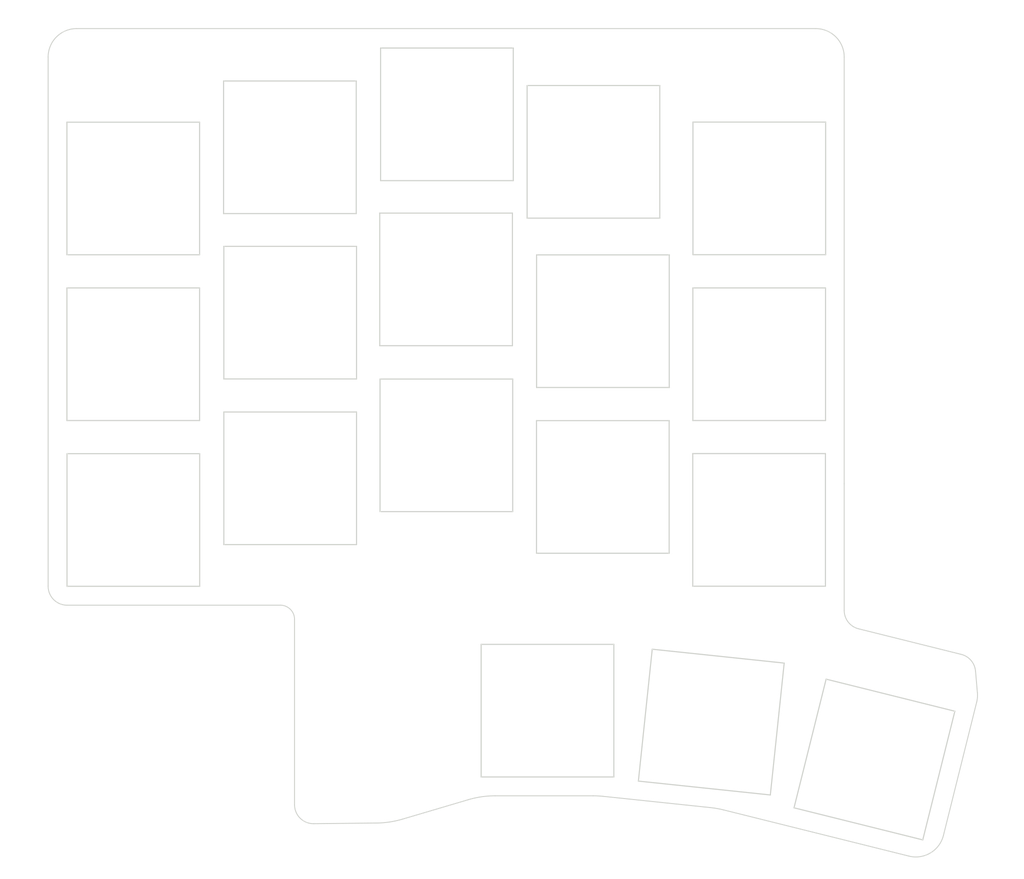
<source format=kicad_pcb>
(kicad_pcb (version 20211014) (generator pcbnew)
  (layers (0 "F.Cu" signal) (31 "B.Cu" signal) (34 "B.Paste" user) (35 "F.Paste" user) (36 "B.SilkS" user "B.Silkscreen") (37 "F.SilkS" user "F.Silkscreen") (38 "B.Mask" user) (39 "F.Mask" user) (44 "Edge.Cuts" user))
  (net 0 "")
  (net 1 "GND")
  (footprint "split-mini:SW_Hole" (layer "F.Cu") (at 28.48 53.29)
    (fp_text reference "SW6" hide)
    (fp_text value "SW_PUSH" hide)
    (fp_line (start -7 -7) (end -7 7) (layer "Edge.Cuts") (width 0.12))
    (fp_line (start -7 7) (end 7 7) (layer "Edge.Cuts") (width 0.12))
    (fp_line (start 7 7) (end 7 -7) (layer "Edge.Cuts") (width 0.12))
    (fp_line (start 7 -7) (end -7 -7) (layer "Edge.Cuts") (width 0.12))
  )
  (footprint "split-mini:SW_Hole" (layer "F.Cu") (at 28.49 70.79)
    (fp_text reference "SW11" hide)
    (fp_text value "SW_PUSH" hide)
    (fp_line (start -7 -7) (end -7 7) (layer "Edge.Cuts") (width 0.12))
    (fp_line (start 7 -7) (end -7 -7) (layer "Edge.Cuts") (width 0.12))
    (fp_line (start -7 7) (end 7 7) (layer "Edge.Cuts") (width 0.12))
    (fp_line (start 7 7) (end 7 -7) (layer "Edge.Cuts") (width 0.12))
  )
  (footprint "split-mini:SW_Hole" (layer "F.Cu") (at 78.04 49.8)
    (fp_text reference "SW9" hide)
    (fp_text value "SW_PUSH" hide)
    (fp_line (start 7 -7) (end -7 -7) (layer "Edge.Cuts") (width 0.12))
    (fp_line (start 7 7) (end 7 -7) (layer "Edge.Cuts") (width 0.12))
    (fp_line (start -7 -7) (end -7 7) (layer "Edge.Cuts") (width 0.12))
    (fp_line (start -7 7) (end 7 7) (layer "Edge.Cuts") (width 0.12))
  )
  (footprint "split-mini:SW_Hole" (layer "F.Cu") (at 61.58 27.96)
    (fp_text reference "SW3" hide)
    (fp_text value "SW_PUSH" hide)
    (fp_line (start 7 7) (end 7 -7) (layer "Edge.Cuts") (width 0.12))
    (fp_line (start -7 7) (end 7 7) (layer "Edge.Cuts") (width 0.12))
    (fp_line (start -7 -7) (end -7 7) (layer "Edge.Cuts") (width 0.12))
    (fp_line (start 7 -7) (end -7 -7) (layer "Edge.Cuts") (width 0.12))
  )
  (footprint "split-mini:SW_Hole" (layer "F.Cu") (at 94.54 35.78)
    (fp_text reference "SW5" hide)
    (fp_text value "SW_PUSH" hide)
    (fp_line (start 7 7) (end 7 -7) (layer "Edge.Cuts") (width 0.12))
    (fp_line (start -7 7) (end 7 7) (layer "Edge.Cuts") (width 0.12))
    (fp_line (start 7 -7) (end -7 -7) (layer "Edge.Cuts") (width 0.12))
    (fp_line (start -7 -7) (end -7 7) (layer "Edge.Cuts") (width 0.12))
  )
  (footprint "split-mini:SW_Hole" (layer "F.Cu") (at 94.52 70.78)
    (fp_text reference "SW15" hide)
    (fp_text value "SW_PUSH" hide)
    (fp_line (start 7 7) (end 7 -7) (layer "Edge.Cuts") (width 0.12))
    (fp_line (start -7 -7) (end -7 7) (layer "Edge.Cuts") (width 0.12))
    (fp_line (start 7 -7) (end -7 -7) (layer "Edge.Cuts") (width 0.12))
    (fp_line (start -7 7) (end 7 7) (layer "Edge.Cuts") (width 0.12))
  )
  (footprint "split-mini:SW_Hole" (layer "F.Cu") (at 45.04 48.9)
    (fp_text reference "SW7" hide)
    (fp_text value "SW_PUSH" hide)
    (fp_line (start 7 7) (end 7 -7) (layer "Edge.Cuts") (width 0.12))
    (fp_line (start 7 -7) (end -7 -7) (layer "Edge.Cuts") (width 0.12))
    (fp_line (start -7 7) (end 7 7) (layer "Edge.Cuts") (width 0.12))
    (fp_line (start -7 -7) (end -7 7) (layer "Edge.Cuts") (width 0.12))
  )
  (footprint "split-mini:spacer_m2_2.2mm" (layer "F.Cu") (at 109.13 86.36)
    (fp_text reference "HOLE5" hide)
    (fp_text value "Val**" hide)
    (pad "" np_thru_hole circle (at 0 0) (size 2.2 2.2) (drill 2.2) (layers F&B.Cu *.Mask))
  )
  (footprint "split-mini:SW_Hole" (layer "F.Cu") (at 72.1912 90.9209)
    (fp_text reference "SW16" hide)
    (fp_text value "SW_PUSH" hide)
    (fp_line (start 7 -7) (end -7 -7) (layer "Edge.Cuts") (width 0.12))
    (fp_line (start -7 7) (end 7 7) (layer "Edge.Cuts") (width 0.12))
    (fp_line (start 7 7) (end 7 -7) (layer "Edge.Cuts") (width 0.12))
    (fp_line (start -7 -7) (end -7 7) (layer "Edge.Cuts") (width 0.12))
  )
  (footprint "split-mini:spacer_m2_2.2mm" (layer "F.Cu") (at 51.5 96.76)
    (fp_text reference "HOLE4" hide)
    (fp_text value "Val*" hide)
    (pad "" np_thru_hole circle (at 0 0) (size 2.2 2.2) (drill 2.2) (layers F&B.Cu *.Mask))
  )
  (footprint "split-mini:SW_Hole" (layer "F.Cu") (at 106.6903 96.0799 -14)
    (fp_text reference "SW18" hide)
    (fp_text value "SW_PUSH" hide)
    (fp_line (start -7 7) (end 7 7) (layer "Edge.Cuts") (width 0.12))
    (fp_line (start 7 -7) (end -7 -7) (layer "Edge.Cuts") (width 0.12))
    (fp_line (start 7 7) (end 7 -7) (layer "Edge.Cuts") (width 0.12))
    (fp_line (start -7 -7) (end -7 7) (layer "Edge.Cuts") (width 0.12))
  )
  (footprint "split-mini:SW_Hole" (layer "F.Cu") (at 61.49 45.39)
    (fp_text reference "SW8" hide)
    (fp_text value "SW_PUSH" hide)
    (fp_line (start 7 7) (end 7 -7) (layer "Edge.Cuts") (width 0.12))
    (fp_line (start 7 -7) (end -7 -7) (layer "Edge.Cuts") (width 0.12))
    (fp_line (start -7 -7) (end -7 7) (layer "Edge.Cuts") (width 0.12))
    (fp_line (start -7 7) (end 7 7) (layer "Edge.Cuts") (width 0.12))
  )
  (footprint "split-mini:spacer_m2_2.2mm" (layer "F.Cu") (at 94.5 25.74)
    (fp_text reference "HOLE2" hide)
    (fp_text value "Val**" hide)
    (pad "" np_thru_hole circle (at 0 0) (size 2.2 2.2) (drill 2.2) (layers F&B.Cu *.Mask))
  )
  (footprint "split-mini:SW_Hole" (layer "F.Cu") (at 89.4741 92.1276 -6)
    (fp_text reference "SW17" hide)
    (fp_text value "SW_PUSH" hide)
    (fp_line (start -7 -7) (end -7 7) (layer "Edge.Cuts") (width 0.12))
    (fp_line (start 7 -7) (end -7 -7) (layer "Edge.Cuts") (width 0.12))
    (fp_line (start -7 7) (end 7 7) (layer "Edge.Cuts") (width 0.12))
    (fp_line (start 7 7) (end 7 -7) (layer "Edge.Cuts") (width 0.12))
  )
  (footprint "split-mini:SW_Hole" (layer "F.Cu") (at 94.53 53.29)
    (fp_text reference "SW10" hide)
    (fp_text value "SW_PUSH" hide)
    (fp_line (start -7 -7) (end -7 7) (layer "Edge.Cuts") (width 0.12))
    (fp_line (start -7 7) (end 7 7) (layer "Edge.Cuts") (width 0.12))
    (fp_line (start 7 -7) (end -7 -7) (layer "Edge.Cuts") (width 0.12))
    (fp_line (start 7 7) (end 7 -7) (layer "Edge.Cuts") (width 0.12))
  )
  (footprint "split-mini:SW_Hole" (layer "F.Cu") (at 45.01 31.44)
    (fp_text reference "SW2" hide)
    (fp_text value "SW_PUSH" hide)
    (fp_line (start 7 7) (end 7 -7) (layer "Edge.Cuts") (width 0.12))
    (fp_line (start 7 -7) (end -7 -7) (layer "Edge.Cuts") (width 0.12))
    (fp_line (start -7 7) (end 7 7) (layer "Edge.Cuts") (width 0.12))
    (fp_line (start -7 -7) (end -7 7) (layer "Edge.Cuts") (width 0.12))
  )
  (footprint "split-mini:SW_Hole" (layer "F.Cu") (at 61.52 62.91)
    (fp_text reference "SW13" hide)
    (fp_text value "SW_PUSH" hide)
    (fp_line (start 7 7) (end 7 -7) (layer "Edge.Cuts") (width 0.12))
    (fp_line (start -7 7) (end 7 7) (layer "Edge.Cuts") (width 0.12))
    (fp_line (start -7 -7) (end -7 7) (layer "Edge.Cuts") (width 0.12))
    (fp_line (start 7 -7) (end -7 -7) (layer "Edge.Cuts") (width 0.12))
  )
  (footprint "split-mini:spacer_m2_2.2mm" (layer "F.Cu") (at 28.52 25.76)
    (fp_text reference "HOLE1" hide)
    (fp_text value "Val**" hide)
    (pad "" np_thru_hole circle (at 0 0) (size 2.2 2.2) (drill 2.2) (layers F&B.Cu *.Mask))
  )
  (footprint "split-mini:SW_Hole" (layer "F.Cu") (at 45.04 66.39)
    (fp_text reference "SW12" hide)
    (fp_text value "SW_PUSH" hide)
    (fp_line (start 7 7) (end 7 -7) (layer "Edge.Cuts") (width 0.12))
    (fp_line (start 7 -7) (end -7 -7) (layer "Edge.Cuts") (width 0.12))
    (fp_line (start -7 7) (end 7 7) (layer "Edge.Cuts") (width 0.12))
    (fp_line (start -7 -7) (end -7 7) (layer "Edge.Cuts") (width 0.12))
  )
  (footprint "split-mini:SW_Hole" (layer "F.Cu") (at 78.03 67.3)
    (fp_text reference "SW14" hide)
    (fp_text value "SW_PUSH" hide)
    (fp_line (start -7 -7) (end -7 7) (layer "Edge.Cuts") (width 0.12))
    (fp_line (start 7 7) (end 7 -7) (layer "Edge.Cuts") (width 0.12))
    (fp_line (start -7 7) (end 7 7) (layer "Edge.Cuts") (width 0.12))
    (fp_line (start 7 -7) (end -7 -7) (layer "Edge.Cuts") (width 0.12))
  )
  (footprint "split-mini:SW_Hole" (layer "F.Cu") (at 28.48 35.79)
    (fp_text reference "SW1" hide)
    (fp_text value "SW_PUSH" hide)
    (fp_line (start 7 -7) (end -7 -7) (layer "Edge.Cuts") (width 0.12))
    (fp_line (start -7 -7) (end -7 7) (layer "Edge.Cuts") (width 0.12))
    (fp_line (start -7 7) (end 7 7) (layer "Edge.Cuts") (width 0.12))
    (fp_line (start 7 7) (end 7 -7) (layer "Edge.Cuts") (width 0.12))
  )
  (footprint "split-mini:SW_Hole" (layer "F.Cu") (at 77.04 31.92)
    (fp_text reference "SW4" hide)
    (fp_text value "SW_PUSH" hide)
    (fp_line (start -7 7) (end 7 7) (layer "Edge.Cuts") (width 0.12))
    (fp_line (start -7 -7) (end -7 7) (layer "Edge.Cuts") (width 0.12))
    (fp_line (start 7 -7) (end -7 -7) (layer "Edge.Cuts") (width 0.12))
    (fp_line (start 7 7) (end 7 -7) (layer "Edge.Cuts") (width 0.12))
  )
  (gr_line (start 103.499999 66.95666) (end 103.499999 80.337986) (layer "Edge.Cuts") (width 0.1))
  (gr_arc (start 100.499999 18.909999) (mid 102.621319 19.788679) (end 103.499999 21.909999) (layer "Edge.Cuts") (width 0.1))
  (gr_arc (start 115.847908 84.979237) (mid 116.885323 85.621455) (end 117.356572 86.746885) (layer "Edge.Cuts") (width 0.1))
  (gr_line (start 90.766975 101.399358) (end 110.333373 106.277809) (layer "Edge.Cuts") (width 0.1))
  (gr_arc (start 43.999999 79.784999) (mid 45.060659 80.224339) (end 45.499999 81.284999) (layer "Edge.Cuts") (width 0.1))
  (gr_arc (start 19.499999 21.909999) (mid 20.378679 19.788679) (end 22.499999 18.909999) (layer "Edge.Cuts") (width 0.1))
  (gr_line (start 78.04891 99.96478) (end 89.393041 101.157096) (layer "Edge.Cuts") (width 0.1))
  (gr_line (start 66.672191 99.909999) (end 77.003625 99.909999) (layer "Edge.Cuts") (width 0.1))
  (gr_line (start 19.499999 21.909999) (end 19.499999 77.784999) (layer "Edge.Cuts") (width 0.1))
  (gr_arc (start 63.837183 100.320279) (mid 65.23992 100.013104) (end 66.672191 99.909999) (layer "Edge.Cuts") (width 0.1))
  (gr_line (start 113.970026 104.092687) (end 117.477659 90.02434) (layer "Edge.Cuts") (width 0.1))
  (gr_arc (start 47.521335 102.854681) (mid 46.093349 102.276532) (end 45.499999 100.854795) (layer "Edge.Cuts") (width 0.1))
  (gr_arc (start 117.555534 89.039159) (mid 117.557437 89.534977) (end 117.477659 90.02434) (layer "Edge.Cuts") (width 0.1))
  (gr_line (start 105.016155 82.278578) (end 115.847908 84.979237) (layer "Edge.Cuts") (width 0.1))
  (gr_line (start 103.499999 66.95666) (end 103.499999 21.909999) (layer "Edge.Cuts") (width 0.1))
  (gr_arc (start 77.003625 99.909999) (mid 77.526985 99.923702) (end 78.04891 99.96478) (layer "Edge.Cuts") (width 0.1))
  (gr_arc (start 89.393041 101.157096) (mid 90.084238 101.254236) (end 90.766975 101.399358) (layer "Edge.Cuts") (width 0.1))
  (gr_line (start 117.356572 86.746885) (end 117.555534 89.039159) (layer "Edge.Cuts") (width 0.1))
  (gr_arc (start 56.887815 102.374719) (mid 55.485078 102.681897) (end 54.052808 102.784999) (layer "Edge.Cuts") (width 0.1))
  (gr_arc (start 105.016155 82.278578) (mid 103.923939 81.569323) (end 103.499999 80.337986) (layer "Edge.Cuts") (width 0.1))
  (gr_line (start 47.521335 102.854681) (end 54.052808 102.784999) (layer "Edge.Cuts") (width 0.1))
  (gr_line (start 100.499999 18.909999) (end 22.499999 18.909999) (layer "Edge.Cuts") (width 0.1))
  (gr_line (start 45.499999 81.284999) (end 45.499999 100.854795) (layer "Edge.Cuts") (width 0.1))
  (gr_arc (start 113.970026 104.092687) (mid 112.604257 105.938426) (end 110.333373 106.277809) (layer "Edge.Cuts") (width 0.1))
  (gr_line (start 56.887815 102.374719) (end 63.837183 100.320279) (layer "Edge.Cuts") (width 0.1))
  (gr_line (start 21.499999 79.784999) (end 43.999999 79.784999) (layer "Edge.Cuts") (width 0.1))
  (gr_arc (start 21.499999 79.784999) (mid 20.085786 79.199212) (end 19.499999 77.784999) (layer "Edge.Cuts") (width 0.1))
)
</source>
